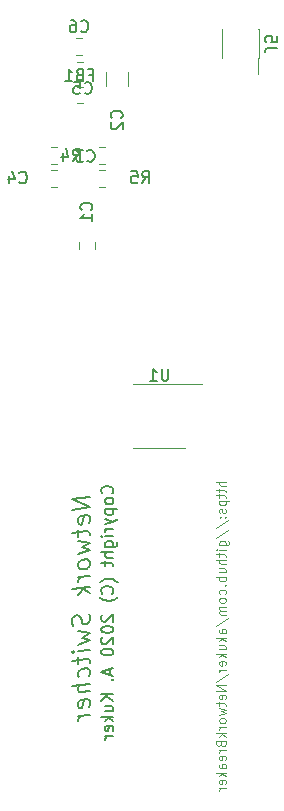
<source format=gbo>
G04 #@! TF.GenerationSoftware,KiCad,Pcbnew,(5.1.6-0-10_14)*
G04 #@! TF.CreationDate,2020-09-12T18:40:15-05:00*
G04 #@! TF.ProjectId,NetworkBreaker,4e657477-6f72-46b4-9272-65616b65722e,rev?*
G04 #@! TF.SameCoordinates,Original*
G04 #@! TF.FileFunction,Legend,Bot*
G04 #@! TF.FilePolarity,Positive*
%FSLAX46Y46*%
G04 Gerber Fmt 4.6, Leading zero omitted, Abs format (unit mm)*
G04 Created by KiCad (PCBNEW (5.1.6-0-10_14)) date 2020-09-12 18:40:15*
%MOMM*%
%LPD*%
G01*
G04 APERTURE LIST*
%ADD10C,0.100000*%
%ADD11C,0.150000*%
%ADD12C,0.200000*%
%ADD13C,0.120000*%
G04 APERTURE END LIST*
D10*
X216859204Y-105430980D02*
X216059204Y-105430980D01*
X216859204Y-105773838D02*
X216440157Y-105773838D01*
X216363966Y-105735742D01*
X216325871Y-105659552D01*
X216325871Y-105545266D01*
X216363966Y-105469076D01*
X216402061Y-105430980D01*
X216325871Y-106040504D02*
X216325871Y-106345266D01*
X216059204Y-106154790D02*
X216744919Y-106154790D01*
X216821109Y-106192885D01*
X216859204Y-106269076D01*
X216859204Y-106345266D01*
X216325871Y-106497647D02*
X216325871Y-106802409D01*
X216059204Y-106611933D02*
X216744919Y-106611933D01*
X216821109Y-106650028D01*
X216859204Y-106726219D01*
X216859204Y-106802409D01*
X216325871Y-107069076D02*
X217125871Y-107069076D01*
X216363966Y-107069076D02*
X216325871Y-107145266D01*
X216325871Y-107297647D01*
X216363966Y-107373838D01*
X216402061Y-107411933D01*
X216478252Y-107450028D01*
X216706823Y-107450028D01*
X216783014Y-107411933D01*
X216821109Y-107373838D01*
X216859204Y-107297647D01*
X216859204Y-107145266D01*
X216821109Y-107069076D01*
X216821109Y-107754790D02*
X216859204Y-107830980D01*
X216859204Y-107983361D01*
X216821109Y-108059552D01*
X216744919Y-108097647D01*
X216706823Y-108097647D01*
X216630633Y-108059552D01*
X216592538Y-107983361D01*
X216592538Y-107869076D01*
X216554442Y-107792885D01*
X216478252Y-107754790D01*
X216440157Y-107754790D01*
X216363966Y-107792885D01*
X216325871Y-107869076D01*
X216325871Y-107983361D01*
X216363966Y-108059552D01*
X216783014Y-108440504D02*
X216821109Y-108478600D01*
X216859204Y-108440504D01*
X216821109Y-108402409D01*
X216783014Y-108440504D01*
X216859204Y-108440504D01*
X216363966Y-108440504D02*
X216402061Y-108478600D01*
X216440157Y-108440504D01*
X216402061Y-108402409D01*
X216363966Y-108440504D01*
X216440157Y-108440504D01*
X216021109Y-109392885D02*
X217049680Y-108707171D01*
X216021109Y-110230980D02*
X217049680Y-109545266D01*
X216325871Y-110840504D02*
X216973490Y-110840504D01*
X217049680Y-110802409D01*
X217087776Y-110764314D01*
X217125871Y-110688123D01*
X217125871Y-110573838D01*
X217087776Y-110497647D01*
X216821109Y-110840504D02*
X216859204Y-110764314D01*
X216859204Y-110611933D01*
X216821109Y-110535742D01*
X216783014Y-110497647D01*
X216706823Y-110459552D01*
X216478252Y-110459552D01*
X216402061Y-110497647D01*
X216363966Y-110535742D01*
X216325871Y-110611933D01*
X216325871Y-110764314D01*
X216363966Y-110840504D01*
X216859204Y-111221457D02*
X216325871Y-111221457D01*
X216059204Y-111221457D02*
X216097300Y-111183361D01*
X216135395Y-111221457D01*
X216097300Y-111259552D01*
X216059204Y-111221457D01*
X216135395Y-111221457D01*
X216325871Y-111488123D02*
X216325871Y-111792885D01*
X216059204Y-111602409D02*
X216744919Y-111602409D01*
X216821109Y-111640504D01*
X216859204Y-111716695D01*
X216859204Y-111792885D01*
X216859204Y-112059552D02*
X216059204Y-112059552D01*
X216859204Y-112402409D02*
X216440157Y-112402409D01*
X216363966Y-112364314D01*
X216325871Y-112288123D01*
X216325871Y-112173838D01*
X216363966Y-112097647D01*
X216402061Y-112059552D01*
X216325871Y-113126219D02*
X216859204Y-113126219D01*
X216325871Y-112783361D02*
X216744919Y-112783361D01*
X216821109Y-112821457D01*
X216859204Y-112897647D01*
X216859204Y-113011933D01*
X216821109Y-113088123D01*
X216783014Y-113126219D01*
X216859204Y-113507171D02*
X216059204Y-113507171D01*
X216363966Y-113507171D02*
X216325871Y-113583361D01*
X216325871Y-113735742D01*
X216363966Y-113811933D01*
X216402061Y-113850028D01*
X216478252Y-113888123D01*
X216706823Y-113888123D01*
X216783014Y-113850028D01*
X216821109Y-113811933D01*
X216859204Y-113735742D01*
X216859204Y-113583361D01*
X216821109Y-113507171D01*
X216783014Y-114230980D02*
X216821109Y-114269076D01*
X216859204Y-114230980D01*
X216821109Y-114192885D01*
X216783014Y-114230980D01*
X216859204Y-114230980D01*
X216821109Y-114954790D02*
X216859204Y-114878600D01*
X216859204Y-114726219D01*
X216821109Y-114650028D01*
X216783014Y-114611933D01*
X216706823Y-114573838D01*
X216478252Y-114573838D01*
X216402061Y-114611933D01*
X216363966Y-114650028D01*
X216325871Y-114726219D01*
X216325871Y-114878600D01*
X216363966Y-114954790D01*
X216859204Y-115411933D02*
X216821109Y-115335742D01*
X216783014Y-115297647D01*
X216706823Y-115259552D01*
X216478252Y-115259552D01*
X216402061Y-115297647D01*
X216363966Y-115335742D01*
X216325871Y-115411933D01*
X216325871Y-115526219D01*
X216363966Y-115602409D01*
X216402061Y-115640504D01*
X216478252Y-115678600D01*
X216706823Y-115678600D01*
X216783014Y-115640504D01*
X216821109Y-115602409D01*
X216859204Y-115526219D01*
X216859204Y-115411933D01*
X216859204Y-116021457D02*
X216325871Y-116021457D01*
X216402061Y-116021457D02*
X216363966Y-116059552D01*
X216325871Y-116135742D01*
X216325871Y-116250028D01*
X216363966Y-116326219D01*
X216440157Y-116364314D01*
X216859204Y-116364314D01*
X216440157Y-116364314D02*
X216363966Y-116402409D01*
X216325871Y-116478600D01*
X216325871Y-116592885D01*
X216363966Y-116669076D01*
X216440157Y-116707171D01*
X216859204Y-116707171D01*
X216021109Y-117659552D02*
X217049680Y-116973838D01*
X216859204Y-118269076D02*
X216440157Y-118269076D01*
X216363966Y-118230980D01*
X216325871Y-118154790D01*
X216325871Y-118002409D01*
X216363966Y-117926219D01*
X216821109Y-118269076D02*
X216859204Y-118192885D01*
X216859204Y-118002409D01*
X216821109Y-117926219D01*
X216744919Y-117888123D01*
X216668728Y-117888123D01*
X216592538Y-117926219D01*
X216554442Y-118002409D01*
X216554442Y-118192885D01*
X216516347Y-118269076D01*
X216859204Y-118650028D02*
X216059204Y-118650028D01*
X216554442Y-118726219D02*
X216859204Y-118954790D01*
X216325871Y-118954790D02*
X216630633Y-118650028D01*
X216325871Y-119640504D02*
X216859204Y-119640504D01*
X216325871Y-119297647D02*
X216744919Y-119297647D01*
X216821109Y-119335742D01*
X216859204Y-119411933D01*
X216859204Y-119526219D01*
X216821109Y-119602409D01*
X216783014Y-119640504D01*
X216859204Y-120021457D02*
X216059204Y-120021457D01*
X216554442Y-120097647D02*
X216859204Y-120326219D01*
X216325871Y-120326219D02*
X216630633Y-120021457D01*
X216821109Y-120973838D02*
X216859204Y-120897647D01*
X216859204Y-120745266D01*
X216821109Y-120669076D01*
X216744919Y-120630980D01*
X216440157Y-120630980D01*
X216363966Y-120669076D01*
X216325871Y-120745266D01*
X216325871Y-120897647D01*
X216363966Y-120973838D01*
X216440157Y-121011933D01*
X216516347Y-121011933D01*
X216592538Y-120630980D01*
X216859204Y-121354790D02*
X216325871Y-121354790D01*
X216478252Y-121354790D02*
X216402061Y-121392885D01*
X216363966Y-121430980D01*
X216325871Y-121507171D01*
X216325871Y-121583361D01*
X216021109Y-122421457D02*
X217049680Y-121735742D01*
X216859204Y-122688123D02*
X216059204Y-122688123D01*
X216859204Y-123145266D01*
X216059204Y-123145266D01*
X216821109Y-123830980D02*
X216859204Y-123754790D01*
X216859204Y-123602409D01*
X216821109Y-123526219D01*
X216744919Y-123488123D01*
X216440157Y-123488123D01*
X216363966Y-123526219D01*
X216325871Y-123602409D01*
X216325871Y-123754790D01*
X216363966Y-123830980D01*
X216440157Y-123869076D01*
X216516347Y-123869076D01*
X216592538Y-123488123D01*
X216325871Y-124097647D02*
X216325871Y-124402409D01*
X216059204Y-124211933D02*
X216744919Y-124211933D01*
X216821109Y-124250028D01*
X216859204Y-124326219D01*
X216859204Y-124402409D01*
X216325871Y-124592885D02*
X216859204Y-124745266D01*
X216478252Y-124897647D01*
X216859204Y-125050028D01*
X216325871Y-125202409D01*
X216859204Y-125621457D02*
X216821109Y-125545266D01*
X216783014Y-125507171D01*
X216706823Y-125469076D01*
X216478252Y-125469076D01*
X216402061Y-125507171D01*
X216363966Y-125545266D01*
X216325871Y-125621457D01*
X216325871Y-125735742D01*
X216363966Y-125811933D01*
X216402061Y-125850028D01*
X216478252Y-125888123D01*
X216706823Y-125888123D01*
X216783014Y-125850028D01*
X216821109Y-125811933D01*
X216859204Y-125735742D01*
X216859204Y-125621457D01*
X216859204Y-126230980D02*
X216325871Y-126230980D01*
X216478252Y-126230980D02*
X216402061Y-126269076D01*
X216363966Y-126307171D01*
X216325871Y-126383361D01*
X216325871Y-126459552D01*
X216859204Y-126726219D02*
X216059204Y-126726219D01*
X216554442Y-126802409D02*
X216859204Y-127030980D01*
X216325871Y-127030980D02*
X216630633Y-126726219D01*
X216440157Y-127640504D02*
X216478252Y-127754790D01*
X216516347Y-127792885D01*
X216592538Y-127830980D01*
X216706823Y-127830980D01*
X216783014Y-127792885D01*
X216821109Y-127754790D01*
X216859204Y-127678600D01*
X216859204Y-127373838D01*
X216059204Y-127373838D01*
X216059204Y-127640504D01*
X216097300Y-127716695D01*
X216135395Y-127754790D01*
X216211585Y-127792885D01*
X216287776Y-127792885D01*
X216363966Y-127754790D01*
X216402061Y-127716695D01*
X216440157Y-127640504D01*
X216440157Y-127373838D01*
X216859204Y-128173838D02*
X216325871Y-128173838D01*
X216478252Y-128173838D02*
X216402061Y-128211933D01*
X216363966Y-128250028D01*
X216325871Y-128326219D01*
X216325871Y-128402409D01*
X216821109Y-128973838D02*
X216859204Y-128897647D01*
X216859204Y-128745266D01*
X216821109Y-128669076D01*
X216744919Y-128630980D01*
X216440157Y-128630980D01*
X216363966Y-128669076D01*
X216325871Y-128745266D01*
X216325871Y-128897647D01*
X216363966Y-128973838D01*
X216440157Y-129011933D01*
X216516347Y-129011933D01*
X216592538Y-128630980D01*
X216859204Y-129697647D02*
X216440157Y-129697647D01*
X216363966Y-129659552D01*
X216325871Y-129583361D01*
X216325871Y-129430980D01*
X216363966Y-129354790D01*
X216821109Y-129697647D02*
X216859204Y-129621457D01*
X216859204Y-129430980D01*
X216821109Y-129354790D01*
X216744919Y-129316695D01*
X216668728Y-129316695D01*
X216592538Y-129354790D01*
X216554442Y-129430980D01*
X216554442Y-129621457D01*
X216516347Y-129697647D01*
X216859204Y-130078600D02*
X216059204Y-130078600D01*
X216554442Y-130154790D02*
X216859204Y-130383361D01*
X216325871Y-130383361D02*
X216630633Y-130078600D01*
X216821109Y-131030980D02*
X216859204Y-130954790D01*
X216859204Y-130802409D01*
X216821109Y-130726219D01*
X216744919Y-130688123D01*
X216440157Y-130688123D01*
X216363966Y-130726219D01*
X216325871Y-130802409D01*
X216325871Y-130954790D01*
X216363966Y-131030980D01*
X216440157Y-131069076D01*
X216516347Y-131069076D01*
X216592538Y-130688123D01*
X216859204Y-131411933D02*
X216325871Y-131411933D01*
X216478252Y-131411933D02*
X216402061Y-131450028D01*
X216363966Y-131488123D01*
X216325871Y-131564314D01*
X216325871Y-131640504D01*
D11*
X207240542Y-106438671D02*
X207288161Y-106391052D01*
X207335780Y-106248195D01*
X207335780Y-106152957D01*
X207288161Y-106010100D01*
X207192923Y-105914861D01*
X207097685Y-105867242D01*
X206907209Y-105819623D01*
X206764352Y-105819623D01*
X206573876Y-105867242D01*
X206478638Y-105914861D01*
X206383400Y-106010100D01*
X206335780Y-106152957D01*
X206335780Y-106248195D01*
X206383400Y-106391052D01*
X206431019Y-106438671D01*
X207335780Y-107010100D02*
X207288161Y-106914861D01*
X207240542Y-106867242D01*
X207145304Y-106819623D01*
X206859590Y-106819623D01*
X206764352Y-106867242D01*
X206716733Y-106914861D01*
X206669114Y-107010100D01*
X206669114Y-107152957D01*
X206716733Y-107248195D01*
X206764352Y-107295814D01*
X206859590Y-107343433D01*
X207145304Y-107343433D01*
X207240542Y-107295814D01*
X207288161Y-107248195D01*
X207335780Y-107152957D01*
X207335780Y-107010100D01*
X206669114Y-107772004D02*
X207669114Y-107772004D01*
X206716733Y-107772004D02*
X206669114Y-107867242D01*
X206669114Y-108057719D01*
X206716733Y-108152957D01*
X206764352Y-108200576D01*
X206859590Y-108248195D01*
X207145304Y-108248195D01*
X207240542Y-108200576D01*
X207288161Y-108152957D01*
X207335780Y-108057719D01*
X207335780Y-107867242D01*
X207288161Y-107772004D01*
X206669114Y-108581528D02*
X207335780Y-108819623D01*
X206669114Y-109057719D02*
X207335780Y-108819623D01*
X207573876Y-108724385D01*
X207621495Y-108676766D01*
X207669114Y-108581528D01*
X207335780Y-109438671D02*
X206669114Y-109438671D01*
X206859590Y-109438671D02*
X206764352Y-109486290D01*
X206716733Y-109533909D01*
X206669114Y-109629147D01*
X206669114Y-109724385D01*
X207335780Y-110057719D02*
X206669114Y-110057719D01*
X206335780Y-110057719D02*
X206383400Y-110010100D01*
X206431019Y-110057719D01*
X206383400Y-110105338D01*
X206335780Y-110057719D01*
X206431019Y-110057719D01*
X206669114Y-110962480D02*
X207478638Y-110962480D01*
X207573876Y-110914861D01*
X207621495Y-110867242D01*
X207669114Y-110772004D01*
X207669114Y-110629147D01*
X207621495Y-110533909D01*
X207288161Y-110962480D02*
X207335780Y-110867242D01*
X207335780Y-110676766D01*
X207288161Y-110581528D01*
X207240542Y-110533909D01*
X207145304Y-110486290D01*
X206859590Y-110486290D01*
X206764352Y-110533909D01*
X206716733Y-110581528D01*
X206669114Y-110676766D01*
X206669114Y-110867242D01*
X206716733Y-110962480D01*
X207335780Y-111438671D02*
X206335780Y-111438671D01*
X207335780Y-111867242D02*
X206811971Y-111867242D01*
X206716733Y-111819623D01*
X206669114Y-111724385D01*
X206669114Y-111581528D01*
X206716733Y-111486290D01*
X206764352Y-111438671D01*
X206669114Y-112200576D02*
X206669114Y-112581528D01*
X206335780Y-112343433D02*
X207192923Y-112343433D01*
X207288161Y-112391052D01*
X207335780Y-112486290D01*
X207335780Y-112581528D01*
X207716733Y-113962480D02*
X207669114Y-113914861D01*
X207526257Y-113819623D01*
X207431019Y-113772004D01*
X207288161Y-113724385D01*
X207050066Y-113676766D01*
X206859590Y-113676766D01*
X206621495Y-113724385D01*
X206478638Y-113772004D01*
X206383400Y-113819623D01*
X206240542Y-113914861D01*
X206192923Y-113962480D01*
X207240542Y-114914861D02*
X207288161Y-114867242D01*
X207335780Y-114724385D01*
X207335780Y-114629147D01*
X207288161Y-114486290D01*
X207192923Y-114391052D01*
X207097685Y-114343433D01*
X206907209Y-114295814D01*
X206764352Y-114295814D01*
X206573876Y-114343433D01*
X206478638Y-114391052D01*
X206383400Y-114486290D01*
X206335780Y-114629147D01*
X206335780Y-114724385D01*
X206383400Y-114867242D01*
X206431019Y-114914861D01*
X207716733Y-115248195D02*
X207669114Y-115295814D01*
X207526257Y-115391052D01*
X207431019Y-115438671D01*
X207288161Y-115486290D01*
X207050066Y-115533909D01*
X206859590Y-115533909D01*
X206621495Y-115486290D01*
X206478638Y-115438671D01*
X206383400Y-115391052D01*
X206240542Y-115295814D01*
X206192923Y-115248195D01*
X206431019Y-116724385D02*
X206383400Y-116772004D01*
X206335780Y-116867242D01*
X206335780Y-117105338D01*
X206383400Y-117200576D01*
X206431019Y-117248195D01*
X206526257Y-117295814D01*
X206621495Y-117295814D01*
X206764352Y-117248195D01*
X207335780Y-116676766D01*
X207335780Y-117295814D01*
X206335780Y-117914861D02*
X206335780Y-118010100D01*
X206383400Y-118105338D01*
X206431019Y-118152957D01*
X206526257Y-118200576D01*
X206716733Y-118248195D01*
X206954828Y-118248195D01*
X207145304Y-118200576D01*
X207240542Y-118152957D01*
X207288161Y-118105338D01*
X207335780Y-118010100D01*
X207335780Y-117914861D01*
X207288161Y-117819623D01*
X207240542Y-117772004D01*
X207145304Y-117724385D01*
X206954828Y-117676766D01*
X206716733Y-117676766D01*
X206526257Y-117724385D01*
X206431019Y-117772004D01*
X206383400Y-117819623D01*
X206335780Y-117914861D01*
X206431019Y-118629147D02*
X206383400Y-118676766D01*
X206335780Y-118772004D01*
X206335780Y-119010100D01*
X206383400Y-119105338D01*
X206431019Y-119152957D01*
X206526257Y-119200576D01*
X206621495Y-119200576D01*
X206764352Y-119152957D01*
X207335780Y-118581528D01*
X207335780Y-119200576D01*
X206335780Y-119819623D02*
X206335780Y-119914861D01*
X206383400Y-120010100D01*
X206431019Y-120057719D01*
X206526257Y-120105338D01*
X206716733Y-120152957D01*
X206954828Y-120152957D01*
X207145304Y-120105338D01*
X207240542Y-120057719D01*
X207288161Y-120010100D01*
X207335780Y-119914861D01*
X207335780Y-119819623D01*
X207288161Y-119724385D01*
X207240542Y-119676766D01*
X207145304Y-119629147D01*
X206954828Y-119581528D01*
X206716733Y-119581528D01*
X206526257Y-119629147D01*
X206431019Y-119676766D01*
X206383400Y-119724385D01*
X206335780Y-119819623D01*
X207050066Y-121295814D02*
X207050066Y-121772004D01*
X207335780Y-121200576D02*
X206335780Y-121533909D01*
X207335780Y-121867242D01*
X207240542Y-122200576D02*
X207288161Y-122248195D01*
X207335780Y-122200576D01*
X207288161Y-122152957D01*
X207240542Y-122200576D01*
X207335780Y-122200576D01*
X207335780Y-123438671D02*
X206335780Y-123438671D01*
X207335780Y-124010100D02*
X206764352Y-123581528D01*
X206335780Y-124010100D02*
X206907209Y-123438671D01*
X206669114Y-124867242D02*
X207335780Y-124867242D01*
X206669114Y-124438671D02*
X207192923Y-124438671D01*
X207288161Y-124486290D01*
X207335780Y-124581528D01*
X207335780Y-124724385D01*
X207288161Y-124819623D01*
X207240542Y-124867242D01*
X207335780Y-125343433D02*
X206335780Y-125343433D01*
X206954828Y-125438671D02*
X207335780Y-125724385D01*
X206669114Y-125724385D02*
X207050066Y-125343433D01*
X207288161Y-126533909D02*
X207335780Y-126438671D01*
X207335780Y-126248195D01*
X207288161Y-126152957D01*
X207192923Y-126105338D01*
X206811971Y-126105338D01*
X206716733Y-126152957D01*
X206669114Y-126248195D01*
X206669114Y-126438671D01*
X206716733Y-126533909D01*
X206811971Y-126581528D01*
X206907209Y-126581528D01*
X207002447Y-126105338D01*
X207335780Y-127010100D02*
X206669114Y-127010100D01*
X206859590Y-127010100D02*
X206764352Y-127057719D01*
X206716733Y-127105338D01*
X206669114Y-127200576D01*
X206669114Y-127295814D01*
D12*
X205377571Y-106761325D02*
X203877571Y-106948825D01*
X205377571Y-107618467D01*
X203877571Y-107805967D01*
X205306142Y-108913110D02*
X205377571Y-108761325D01*
X205377571Y-108475610D01*
X205306142Y-108341682D01*
X205163285Y-108288110D01*
X204591857Y-108359539D01*
X204449000Y-108448825D01*
X204377571Y-108600610D01*
X204377571Y-108886325D01*
X204449000Y-109020253D01*
X204591857Y-109073825D01*
X204734714Y-109055967D01*
X204877571Y-108323825D01*
X204377571Y-109529182D02*
X204377571Y-110100610D01*
X203877571Y-109805967D02*
X205163285Y-109645253D01*
X205306142Y-109698825D01*
X205377571Y-109832753D01*
X205377571Y-109975610D01*
X204377571Y-110457753D02*
X205377571Y-110618467D01*
X204663285Y-110993467D01*
X205377571Y-111189896D01*
X204377571Y-111600610D01*
X205377571Y-112261325D02*
X205306142Y-112127396D01*
X205234714Y-112064896D01*
X205091857Y-112011325D01*
X204663285Y-112064896D01*
X204520428Y-112154182D01*
X204449000Y-112234539D01*
X204377571Y-112386325D01*
X204377571Y-112600610D01*
X204449000Y-112734539D01*
X204520428Y-112797039D01*
X204663285Y-112850610D01*
X205091857Y-112797039D01*
X205234714Y-112707753D01*
X205306142Y-112627396D01*
X205377571Y-112475610D01*
X205377571Y-112261325D01*
X205377571Y-113404182D02*
X204377571Y-113529182D01*
X204663285Y-113493467D02*
X204520428Y-113582753D01*
X204449000Y-113663110D01*
X204377571Y-113814896D01*
X204377571Y-113957753D01*
X205377571Y-114332753D02*
X203877571Y-114520253D01*
X204806142Y-114547039D02*
X205377571Y-114904182D01*
X204377571Y-115029182D02*
X204949000Y-114386325D01*
X205306142Y-116627396D02*
X205377571Y-116832753D01*
X205377571Y-117189896D01*
X205306142Y-117341682D01*
X205234714Y-117422039D01*
X205091857Y-117511325D01*
X204949000Y-117529182D01*
X204806142Y-117475610D01*
X204734714Y-117413110D01*
X204663285Y-117279182D01*
X204591857Y-117002396D01*
X204520428Y-116868467D01*
X204449000Y-116805967D01*
X204306142Y-116752396D01*
X204163285Y-116770253D01*
X204020428Y-116859539D01*
X203949000Y-116939896D01*
X203877571Y-117091682D01*
X203877571Y-117448825D01*
X203949000Y-117654182D01*
X204377571Y-118100610D02*
X205377571Y-118261325D01*
X204663285Y-118636325D01*
X205377571Y-118832753D01*
X204377571Y-119243467D01*
X205377571Y-119689896D02*
X204377571Y-119814896D01*
X203877571Y-119877396D02*
X203949000Y-119797039D01*
X204020428Y-119859539D01*
X203949000Y-119939896D01*
X203877571Y-119877396D01*
X204020428Y-119859539D01*
X204377571Y-120314896D02*
X204377571Y-120886325D01*
X203877571Y-120591682D02*
X205163285Y-120430967D01*
X205306142Y-120484539D01*
X205377571Y-120618467D01*
X205377571Y-120761325D01*
X205306142Y-121913110D02*
X205377571Y-121761325D01*
X205377571Y-121475610D01*
X205306142Y-121341682D01*
X205234714Y-121279182D01*
X205091857Y-121225610D01*
X204663285Y-121279182D01*
X204520428Y-121368467D01*
X204449000Y-121448825D01*
X204377571Y-121600610D01*
X204377571Y-121886325D01*
X204449000Y-122020253D01*
X205377571Y-122547039D02*
X203877571Y-122734539D01*
X205377571Y-123189896D02*
X204591857Y-123288110D01*
X204449000Y-123234539D01*
X204377571Y-123100610D01*
X204377571Y-122886325D01*
X204449000Y-122734539D01*
X204520428Y-122654182D01*
X205306142Y-124484539D02*
X205377571Y-124332753D01*
X205377571Y-124047039D01*
X205306142Y-123913110D01*
X205163285Y-123859539D01*
X204591857Y-123930967D01*
X204449000Y-124020253D01*
X204377571Y-124172039D01*
X204377571Y-124457753D01*
X204449000Y-124591682D01*
X204591857Y-124645253D01*
X204734714Y-124627396D01*
X204877571Y-123895253D01*
X205377571Y-125189896D02*
X204377571Y-125314896D01*
X204663285Y-125279182D02*
X204520428Y-125368467D01*
X204449000Y-125448825D01*
X204377571Y-125600610D01*
X204377571Y-125743467D01*
D13*
X211257200Y-97141000D02*
X214857200Y-97141000D01*
X211257200Y-97141000D02*
X209057200Y-97141000D01*
X211257200Y-102611000D02*
X213457200Y-102611000D01*
X211257200Y-102611000D02*
X209057200Y-102611000D01*
X216587500Y-67141700D02*
X216537500Y-67141700D01*
X216587500Y-69561700D02*
X216537500Y-69561700D01*
X219657500Y-67141700D02*
X219607500Y-67141700D01*
X219657500Y-69561700D02*
X219607500Y-69561700D01*
X219607500Y-70941700D02*
X219607500Y-69561700D01*
X216537500Y-69561700D02*
X216537500Y-67141700D01*
X219657500Y-69561700D02*
X219657500Y-67141700D01*
X206659378Y-80470532D02*
X206142222Y-80470532D01*
X206659378Y-79050532D02*
X206142222Y-79050532D01*
X206659378Y-78510500D02*
X206142222Y-78510500D01*
X206659378Y-77090500D02*
X206142222Y-77090500D01*
X204757052Y-73405100D02*
X204234548Y-73405100D01*
X204757052Y-71985100D02*
X204234548Y-71985100D01*
X204237222Y-69915000D02*
X204754378Y-69915000D01*
X204237222Y-71335000D02*
X204754378Y-71335000D01*
X204703578Y-69290300D02*
X204186422Y-69290300D01*
X204703578Y-67870300D02*
X204186422Y-67870300D01*
X202595378Y-80470532D02*
X202078222Y-80470532D01*
X202595378Y-79050532D02*
X202078222Y-79050532D01*
X202595378Y-78510500D02*
X202078222Y-78510500D01*
X202595378Y-77090500D02*
X202078222Y-77090500D01*
X206748100Y-71963664D02*
X206748100Y-70759536D01*
X208568100Y-71963664D02*
X208568100Y-70759536D01*
X205828100Y-85187322D02*
X205828100Y-85704478D01*
X204408100Y-85187322D02*
X204408100Y-85704478D01*
D11*
X212019104Y-95878380D02*
X212019104Y-96687904D01*
X211971485Y-96783142D01*
X211923866Y-96830761D01*
X211828628Y-96878380D01*
X211638152Y-96878380D01*
X211542914Y-96830761D01*
X211495295Y-96783142D01*
X211447676Y-96687904D01*
X211447676Y-95878380D01*
X210447676Y-96878380D02*
X211019104Y-96878380D01*
X210733390Y-96878380D02*
X210733390Y-95878380D01*
X210828628Y-96021238D01*
X210923866Y-96116476D01*
X211019104Y-96164095D01*
X221205119Y-68685033D02*
X220490833Y-68685033D01*
X220347976Y-68732652D01*
X220252738Y-68827890D01*
X220205119Y-68970747D01*
X220205119Y-69065985D01*
X221205119Y-67732652D02*
X221205119Y-68208842D01*
X220728928Y-68256461D01*
X220776547Y-68208842D01*
X220824166Y-68113604D01*
X220824166Y-67875509D01*
X220776547Y-67780271D01*
X220728928Y-67732652D01*
X220633690Y-67685033D01*
X220395595Y-67685033D01*
X220300357Y-67732652D01*
X220252738Y-67780271D01*
X220205119Y-67875509D01*
X220205119Y-68113604D01*
X220252738Y-68208842D01*
X220300357Y-68256461D01*
X209793266Y-80162112D02*
X210126600Y-79685922D01*
X210364695Y-80162112D02*
X210364695Y-79162112D01*
X209983742Y-79162112D01*
X209888504Y-79209732D01*
X209840885Y-79257351D01*
X209793266Y-79352589D01*
X209793266Y-79495446D01*
X209840885Y-79590684D01*
X209888504Y-79638303D01*
X209983742Y-79685922D01*
X210364695Y-79685922D01*
X208888504Y-79162112D02*
X209364695Y-79162112D01*
X209412314Y-79638303D01*
X209364695Y-79590684D01*
X209269457Y-79543065D01*
X209031361Y-79543065D01*
X208936123Y-79590684D01*
X208888504Y-79638303D01*
X208840885Y-79733541D01*
X208840885Y-79971636D01*
X208888504Y-80066874D01*
X208936123Y-80114493D01*
X209031361Y-80162112D01*
X209269457Y-80162112D01*
X209364695Y-80114493D01*
X209412314Y-80066874D01*
X203925866Y-78278280D02*
X204259200Y-77802090D01*
X204497295Y-78278280D02*
X204497295Y-77278280D01*
X204116342Y-77278280D01*
X204021104Y-77325900D01*
X203973485Y-77373519D01*
X203925866Y-77468757D01*
X203925866Y-77611614D01*
X203973485Y-77706852D01*
X204021104Y-77754471D01*
X204116342Y-77802090D01*
X204497295Y-77802090D01*
X203068723Y-77611614D02*
X203068723Y-78278280D01*
X203306819Y-77230661D02*
X203544914Y-77944947D01*
X202925866Y-77944947D01*
X205329133Y-70973671D02*
X205662466Y-70973671D01*
X205662466Y-71497480D02*
X205662466Y-70497480D01*
X205186276Y-70497480D01*
X204471990Y-70973671D02*
X204329133Y-71021290D01*
X204281514Y-71068909D01*
X204233895Y-71164147D01*
X204233895Y-71307004D01*
X204281514Y-71402242D01*
X204329133Y-71449861D01*
X204424371Y-71497480D01*
X204805323Y-71497480D01*
X204805323Y-70497480D01*
X204471990Y-70497480D01*
X204376752Y-70545100D01*
X204329133Y-70592719D01*
X204281514Y-70687957D01*
X204281514Y-70783195D01*
X204329133Y-70878433D01*
X204376752Y-70926052D01*
X204471990Y-70973671D01*
X204805323Y-70973671D01*
X203281514Y-71497480D02*
X203852942Y-71497480D01*
X203567228Y-71497480D02*
X203567228Y-70497480D01*
X203662466Y-70640338D01*
X203757704Y-70735576D01*
X203852942Y-70783195D01*
X204916466Y-72506142D02*
X204964085Y-72553761D01*
X205106942Y-72601380D01*
X205202180Y-72601380D01*
X205345038Y-72553761D01*
X205440276Y-72458523D01*
X205487895Y-72363285D01*
X205535514Y-72172809D01*
X205535514Y-72029952D01*
X205487895Y-71839476D01*
X205440276Y-71744238D01*
X205345038Y-71649000D01*
X205202180Y-71601380D01*
X205106942Y-71601380D01*
X204964085Y-71649000D01*
X204916466Y-71696619D01*
X204011704Y-71601380D02*
X204487895Y-71601380D01*
X204535514Y-72077571D01*
X204487895Y-72029952D01*
X204392657Y-71982333D01*
X204154561Y-71982333D01*
X204059323Y-72029952D01*
X204011704Y-72077571D01*
X203964085Y-72172809D01*
X203964085Y-72410904D01*
X204011704Y-72506142D01*
X204059323Y-72553761D01*
X204154561Y-72601380D01*
X204392657Y-72601380D01*
X204487895Y-72553761D01*
X204535514Y-72506142D01*
X204611666Y-67287442D02*
X204659285Y-67335061D01*
X204802142Y-67382680D01*
X204897380Y-67382680D01*
X205040238Y-67335061D01*
X205135476Y-67239823D01*
X205183095Y-67144585D01*
X205230714Y-66954109D01*
X205230714Y-66811252D01*
X205183095Y-66620776D01*
X205135476Y-66525538D01*
X205040238Y-66430300D01*
X204897380Y-66382680D01*
X204802142Y-66382680D01*
X204659285Y-66430300D01*
X204611666Y-66477919D01*
X203754523Y-66382680D02*
X203945000Y-66382680D01*
X204040238Y-66430300D01*
X204087857Y-66477919D01*
X204183095Y-66620776D01*
X204230714Y-66811252D01*
X204230714Y-67192204D01*
X204183095Y-67287442D01*
X204135476Y-67335061D01*
X204040238Y-67382680D01*
X203849761Y-67382680D01*
X203754523Y-67335061D01*
X203706904Y-67287442D01*
X203659285Y-67192204D01*
X203659285Y-66954109D01*
X203706904Y-66858871D01*
X203754523Y-66811252D01*
X203849761Y-66763633D01*
X204040238Y-66763633D01*
X204135476Y-66811252D01*
X204183095Y-66858871D01*
X204230714Y-66954109D01*
X199404666Y-80092274D02*
X199452285Y-80139893D01*
X199595142Y-80187512D01*
X199690380Y-80187512D01*
X199833238Y-80139893D01*
X199928476Y-80044655D01*
X199976095Y-79949417D01*
X200023714Y-79758941D01*
X200023714Y-79616084D01*
X199976095Y-79425608D01*
X199928476Y-79330370D01*
X199833238Y-79235132D01*
X199690380Y-79187512D01*
X199595142Y-79187512D01*
X199452285Y-79235132D01*
X199404666Y-79282751D01*
X198547523Y-79520846D02*
X198547523Y-80187512D01*
X198785619Y-79139893D02*
X199023714Y-79854179D01*
X198404666Y-79854179D01*
X205145066Y-78259242D02*
X205192685Y-78306861D01*
X205335542Y-78354480D01*
X205430780Y-78354480D01*
X205573638Y-78306861D01*
X205668876Y-78211623D01*
X205716495Y-78116385D01*
X205764114Y-77925909D01*
X205764114Y-77783052D01*
X205716495Y-77592576D01*
X205668876Y-77497338D01*
X205573638Y-77402100D01*
X205430780Y-77354480D01*
X205335542Y-77354480D01*
X205192685Y-77402100D01*
X205145066Y-77449719D01*
X204811733Y-77354480D02*
X204192685Y-77354480D01*
X204526019Y-77735433D01*
X204383161Y-77735433D01*
X204287923Y-77783052D01*
X204240304Y-77830671D01*
X204192685Y-77925909D01*
X204192685Y-78164004D01*
X204240304Y-78259242D01*
X204287923Y-78306861D01*
X204383161Y-78354480D01*
X204668876Y-78354480D01*
X204764114Y-78306861D01*
X204811733Y-78259242D01*
X208040642Y-74649333D02*
X208088261Y-74601714D01*
X208135880Y-74458857D01*
X208135880Y-74363619D01*
X208088261Y-74220761D01*
X207993023Y-74125523D01*
X207897785Y-74077904D01*
X207707309Y-74030285D01*
X207564452Y-74030285D01*
X207373976Y-74077904D01*
X207278738Y-74125523D01*
X207183500Y-74220761D01*
X207135880Y-74363619D01*
X207135880Y-74458857D01*
X207183500Y-74601714D01*
X207231119Y-74649333D01*
X207231119Y-75030285D02*
X207183500Y-75077904D01*
X207135880Y-75173142D01*
X207135880Y-75411238D01*
X207183500Y-75506476D01*
X207231119Y-75554095D01*
X207326357Y-75601714D01*
X207421595Y-75601714D01*
X207564452Y-75554095D01*
X208135880Y-74982666D01*
X208135880Y-75601714D01*
X205475242Y-82434433D02*
X205522861Y-82386814D01*
X205570480Y-82243957D01*
X205570480Y-82148719D01*
X205522861Y-82005861D01*
X205427623Y-81910623D01*
X205332385Y-81863004D01*
X205141909Y-81815385D01*
X204999052Y-81815385D01*
X204808576Y-81863004D01*
X204713338Y-81910623D01*
X204618100Y-82005861D01*
X204570480Y-82148719D01*
X204570480Y-82243957D01*
X204618100Y-82386814D01*
X204665719Y-82434433D01*
X205570480Y-83386814D02*
X205570480Y-82815385D01*
X205570480Y-83101100D02*
X204570480Y-83101100D01*
X204713338Y-83005861D01*
X204808576Y-82910623D01*
X204856195Y-82815385D01*
M02*

</source>
